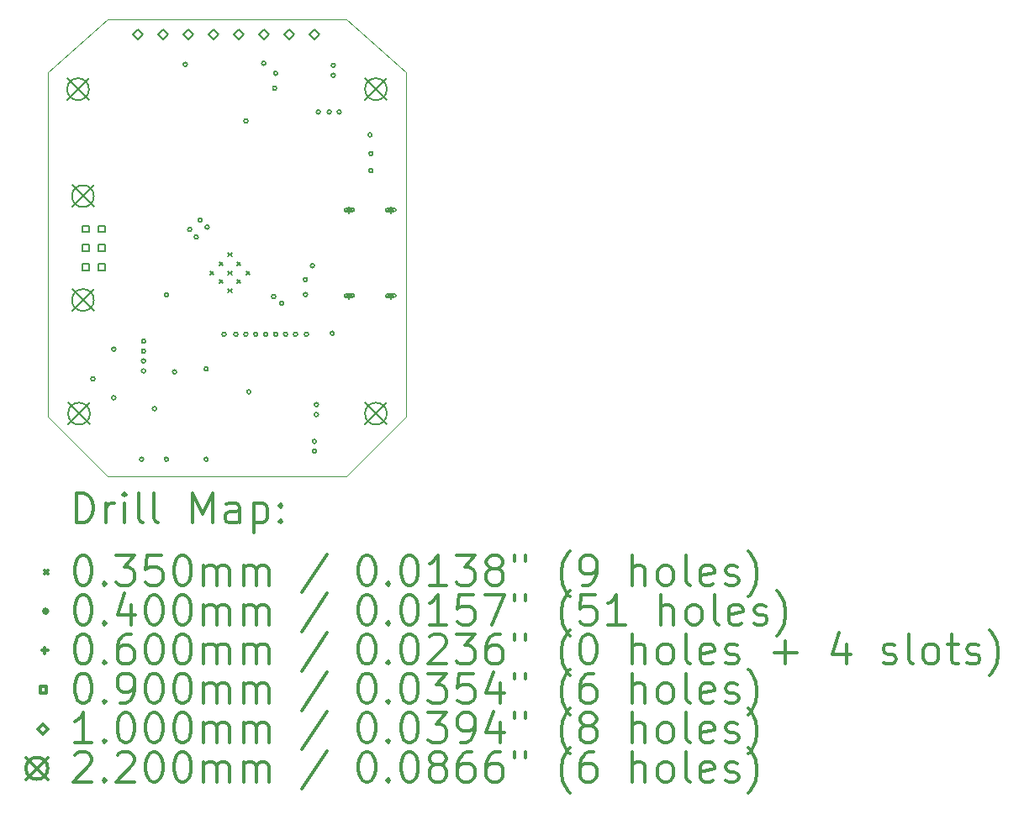
<source format=gbr>
%FSLAX45Y45*%
G04 Gerber Fmt 4.5, Leading zero omitted, Abs format (unit mm)*
G04 Created by KiCad (PCBNEW (5.1.10)-1) date 2021-06-26 18:26:51*
%MOMM*%
%LPD*%
G01*
G04 APERTURE LIST*
%TA.AperFunction,Profile*%
%ADD10C,0.100000*%
%TD*%
%ADD11C,0.200000*%
%ADD12C,0.300000*%
G04 APERTURE END LIST*
D10*
X2100000Y-6100000D02*
X1500000Y-5500000D01*
X5100000Y-5500000D02*
X4500000Y-6100000D01*
X4500000Y-1500000D02*
X5100000Y-2030000D01*
X2100000Y-1500000D02*
X1500000Y-2030000D01*
X5100000Y-2030000D02*
X5100000Y-5500000D01*
X2100000Y-1500000D02*
X4500000Y-1500000D01*
X1500000Y-5500000D02*
X1500000Y-2030000D01*
X4500000Y-6100000D02*
X2100000Y-6100000D01*
D11*
X3132188Y-4032500D02*
X3167188Y-4067500D01*
X3167188Y-4032500D02*
X3132188Y-4067500D01*
X3222344Y-3942344D02*
X3257344Y-3977344D01*
X3257344Y-3942344D02*
X3222344Y-3977344D01*
X3222344Y-4122656D02*
X3257344Y-4157656D01*
X3257344Y-4122656D02*
X3222344Y-4157656D01*
X3312500Y-3852188D02*
X3347500Y-3887188D01*
X3347500Y-3852188D02*
X3312500Y-3887188D01*
X3312500Y-4032500D02*
X3347500Y-4067500D01*
X3347500Y-4032500D02*
X3312500Y-4067500D01*
X3312500Y-4212812D02*
X3347500Y-4247812D01*
X3347500Y-4212812D02*
X3312500Y-4247812D01*
X3402656Y-3942344D02*
X3437656Y-3977344D01*
X3437656Y-3942344D02*
X3402656Y-3977344D01*
X3402656Y-4122656D02*
X3437656Y-4157656D01*
X3437656Y-4122656D02*
X3402656Y-4157656D01*
X3492812Y-4032500D02*
X3527812Y-4067500D01*
X3527812Y-4032500D02*
X3492812Y-4067500D01*
X1970000Y-5120000D02*
G75*
G03*
X1970000Y-5120000I-20000J0D01*
G01*
X2180000Y-4820000D02*
G75*
G03*
X2180000Y-4820000I-20000J0D01*
G01*
X2180000Y-5310000D02*
G75*
G03*
X2180000Y-5310000I-20000J0D01*
G01*
X2460000Y-5930000D02*
G75*
G03*
X2460000Y-5930000I-20000J0D01*
G01*
X2480000Y-4740000D02*
G75*
G03*
X2480000Y-4740000I-20000J0D01*
G01*
X2480000Y-4840000D02*
G75*
G03*
X2480000Y-4840000I-20000J0D01*
G01*
X2480000Y-4940000D02*
G75*
G03*
X2480000Y-4940000I-20000J0D01*
G01*
X2480000Y-5040000D02*
G75*
G03*
X2480000Y-5040000I-20000J0D01*
G01*
X2590000Y-5420000D02*
G75*
G03*
X2590000Y-5420000I-20000J0D01*
G01*
X2710000Y-5930000D02*
G75*
G03*
X2710000Y-5930000I-20000J0D01*
G01*
X2711363Y-4271363D02*
G75*
G03*
X2711363Y-4271363I-20000J0D01*
G01*
X2792500Y-5050000D02*
G75*
G03*
X2792500Y-5050000I-20000J0D01*
G01*
X2900000Y-1950000D02*
G75*
G03*
X2900000Y-1950000I-20000J0D01*
G01*
X2944921Y-3614074D02*
G75*
G03*
X2944921Y-3614074I-20000J0D01*
G01*
X3010000Y-3690000D02*
G75*
G03*
X3010000Y-3690000I-20000J0D01*
G01*
X3049289Y-3519289D02*
G75*
G03*
X3049289Y-3519289I-20000J0D01*
G01*
X3110000Y-5020000D02*
G75*
G03*
X3110000Y-5020000I-20000J0D01*
G01*
X3110000Y-5930000D02*
G75*
G03*
X3110000Y-5930000I-20000J0D01*
G01*
X3120000Y-3590000D02*
G75*
G03*
X3120000Y-3590000I-20000J0D01*
G01*
X3290000Y-4670000D02*
G75*
G03*
X3290000Y-4670000I-20000J0D01*
G01*
X3410000Y-4670000D02*
G75*
G03*
X3410000Y-4670000I-20000J0D01*
G01*
X3510000Y-2520000D02*
G75*
G03*
X3510000Y-2520000I-20000J0D01*
G01*
X3510000Y-4670000D02*
G75*
G03*
X3510000Y-4670000I-20000J0D01*
G01*
X3540000Y-5250000D02*
G75*
G03*
X3540000Y-5250000I-20000J0D01*
G01*
X3610000Y-4670000D02*
G75*
G03*
X3610000Y-4670000I-20000J0D01*
G01*
X3690000Y-1940000D02*
G75*
G03*
X3690000Y-1940000I-20000J0D01*
G01*
X3710001Y-4670000D02*
G75*
G03*
X3710001Y-4670000I-20000J0D01*
G01*
X3790000Y-4290000D02*
G75*
G03*
X3790000Y-4290000I-20000J0D01*
G01*
X3800314Y-2190000D02*
G75*
G03*
X3800314Y-2190000I-20000J0D01*
G01*
X3810000Y-2040000D02*
G75*
G03*
X3810000Y-2040000I-20000J0D01*
G01*
X3810001Y-4670000D02*
G75*
G03*
X3810001Y-4670000I-20000J0D01*
G01*
X3870000Y-4360000D02*
G75*
G03*
X3870000Y-4360000I-20000J0D01*
G01*
X3910001Y-4670000D02*
G75*
G03*
X3910001Y-4670000I-20000J0D01*
G01*
X4010001Y-4670000D02*
G75*
G03*
X4010001Y-4670000I-20000J0D01*
G01*
X4110000Y-4120000D02*
G75*
G03*
X4110000Y-4120000I-20000J0D01*
G01*
X4110000Y-4270000D02*
G75*
G03*
X4110000Y-4270000I-20000J0D01*
G01*
X4120000Y-4670000D02*
G75*
G03*
X4120000Y-4670000I-20000J0D01*
G01*
X4180000Y-3980000D02*
G75*
G03*
X4180000Y-3980000I-20000J0D01*
G01*
X4200000Y-5750000D02*
G75*
G03*
X4200000Y-5750000I-20000J0D01*
G01*
X4200000Y-5850000D02*
G75*
G03*
X4200000Y-5850000I-20000J0D01*
G01*
X4220000Y-5380000D02*
G75*
G03*
X4220000Y-5380000I-20000J0D01*
G01*
X4220000Y-5480000D02*
G75*
G03*
X4220000Y-5480000I-20000J0D01*
G01*
X4240000Y-2430000D02*
G75*
G03*
X4240000Y-2430000I-20000J0D01*
G01*
X4350000Y-2430000D02*
G75*
G03*
X4350000Y-2430000I-20000J0D01*
G01*
X4380000Y-4660000D02*
G75*
G03*
X4380000Y-4660000I-20000J0D01*
G01*
X4390000Y-1960000D02*
G75*
G03*
X4390000Y-1960000I-20000J0D01*
G01*
X4390000Y-2060000D02*
G75*
G03*
X4390000Y-2060000I-20000J0D01*
G01*
X4450000Y-2430000D02*
G75*
G03*
X4450000Y-2430000I-20000J0D01*
G01*
X4760000Y-2660000D02*
G75*
G03*
X4760000Y-2660000I-20000J0D01*
G01*
X4770000Y-2850000D02*
G75*
G03*
X4770000Y-2850000I-20000J0D01*
G01*
X4770000Y-3020000D02*
G75*
G03*
X4770000Y-3020000I-20000J0D01*
G01*
X4532000Y-3388000D02*
X4532000Y-3448000D01*
X4502000Y-3418000D02*
X4562000Y-3418000D01*
X4502000Y-3438000D02*
X4562000Y-3438000D01*
X4502000Y-3398000D02*
X4562000Y-3398000D01*
X4562000Y-3438000D02*
G75*
G03*
X4562000Y-3398000I0J20000D01*
G01*
X4502000Y-3398000D02*
G75*
G03*
X4502000Y-3438000I0J-20000D01*
G01*
X4532000Y-4252000D02*
X4532000Y-4312000D01*
X4502000Y-4282000D02*
X4562000Y-4282000D01*
X4502000Y-4302000D02*
X4562000Y-4302000D01*
X4502000Y-4262000D02*
X4562000Y-4262000D01*
X4562000Y-4302000D02*
G75*
G03*
X4562000Y-4262000I0J20000D01*
G01*
X4502000Y-4262000D02*
G75*
G03*
X4502000Y-4302000I0J-20000D01*
G01*
X4950000Y-3388000D02*
X4950000Y-3448000D01*
X4920000Y-3418000D02*
X4980000Y-3418000D01*
X4920000Y-3438000D02*
X4980000Y-3438000D01*
X4920000Y-3398000D02*
X4980000Y-3398000D01*
X4980000Y-3438000D02*
G75*
G03*
X4980000Y-3398000I0J20000D01*
G01*
X4920000Y-3398000D02*
G75*
G03*
X4920000Y-3438000I0J-20000D01*
G01*
X4950000Y-4252000D02*
X4950000Y-4312000D01*
X4920000Y-4282000D02*
X4980000Y-4282000D01*
X4920000Y-4302000D02*
X4980000Y-4302000D01*
X4920000Y-4262000D02*
X4980000Y-4262000D01*
X4980000Y-4302000D02*
G75*
G03*
X4980000Y-4262000I0J20000D01*
G01*
X4920000Y-4262000D02*
G75*
G03*
X4920000Y-4302000I0J-20000D01*
G01*
X1910820Y-3638820D02*
X1910820Y-3575180D01*
X1847180Y-3575180D01*
X1847180Y-3638820D01*
X1910820Y-3638820D01*
X1910820Y-3831820D02*
X1910820Y-3768180D01*
X1847180Y-3768180D01*
X1847180Y-3831820D01*
X1910820Y-3831820D01*
X1910820Y-4024820D02*
X1910820Y-3961180D01*
X1847180Y-3961180D01*
X1847180Y-4024820D01*
X1910820Y-4024820D01*
X2071820Y-3638820D02*
X2071820Y-3575180D01*
X2008180Y-3575180D01*
X2008180Y-3638820D01*
X2071820Y-3638820D01*
X2071820Y-3831820D02*
X2071820Y-3768180D01*
X2008180Y-3768180D01*
X2008180Y-3831820D01*
X2071820Y-3831820D01*
X2071820Y-4024820D02*
X2071820Y-3961180D01*
X2008180Y-3961180D01*
X2008180Y-4024820D01*
X2071820Y-4024820D01*
X2400000Y-1700000D02*
X2450000Y-1650000D01*
X2400000Y-1600000D01*
X2350000Y-1650000D01*
X2400000Y-1700000D01*
X2654000Y-1700000D02*
X2704000Y-1650000D01*
X2654000Y-1600000D01*
X2604000Y-1650000D01*
X2654000Y-1700000D01*
X2908000Y-1700000D02*
X2958000Y-1650000D01*
X2908000Y-1600000D01*
X2858000Y-1650000D01*
X2908000Y-1700000D01*
X3162000Y-1700000D02*
X3212000Y-1650000D01*
X3162000Y-1600000D01*
X3112000Y-1650000D01*
X3162000Y-1700000D01*
X3416000Y-1700000D02*
X3466000Y-1650000D01*
X3416000Y-1600000D01*
X3366000Y-1650000D01*
X3416000Y-1700000D01*
X3670000Y-1700000D02*
X3720000Y-1650000D01*
X3670000Y-1600000D01*
X3620000Y-1650000D01*
X3670000Y-1700000D01*
X3924000Y-1700000D02*
X3974000Y-1650000D01*
X3924000Y-1600000D01*
X3874000Y-1650000D01*
X3924000Y-1700000D01*
X4178000Y-1700000D02*
X4228000Y-1650000D01*
X4178000Y-1600000D01*
X4128000Y-1650000D01*
X4178000Y-1700000D01*
X1690000Y-2090000D02*
X1910000Y-2310000D01*
X1910000Y-2090000D02*
X1690000Y-2310000D01*
X1910000Y-2200000D02*
G75*
G03*
X1910000Y-2200000I-110000J0D01*
G01*
X1700000Y-5360000D02*
X1920000Y-5580000D01*
X1920000Y-5360000D02*
X1700000Y-5580000D01*
X1920000Y-5470000D02*
G75*
G03*
X1920000Y-5470000I-110000J0D01*
G01*
X1739500Y-3168000D02*
X1959500Y-3388000D01*
X1959500Y-3168000D02*
X1739500Y-3388000D01*
X1959500Y-3278000D02*
G75*
G03*
X1959500Y-3278000I-110000J0D01*
G01*
X1739500Y-4215000D02*
X1959500Y-4435000D01*
X1959500Y-4215000D02*
X1739500Y-4435000D01*
X1959500Y-4325000D02*
G75*
G03*
X1959500Y-4325000I-110000J0D01*
G01*
X4690000Y-2090000D02*
X4910000Y-2310000D01*
X4910000Y-2090000D02*
X4690000Y-2310000D01*
X4910000Y-2200000D02*
G75*
G03*
X4910000Y-2200000I-110000J0D01*
G01*
X4690000Y-5360000D02*
X4910000Y-5580000D01*
X4910000Y-5360000D02*
X4690000Y-5580000D01*
X4910000Y-5470000D02*
G75*
G03*
X4910000Y-5470000I-110000J0D01*
G01*
D12*
X1781428Y-6570714D02*
X1781428Y-6270714D01*
X1852857Y-6270714D01*
X1895714Y-6285000D01*
X1924286Y-6313571D01*
X1938571Y-6342143D01*
X1952857Y-6399286D01*
X1952857Y-6442143D01*
X1938571Y-6499286D01*
X1924286Y-6527857D01*
X1895714Y-6556429D01*
X1852857Y-6570714D01*
X1781428Y-6570714D01*
X2081428Y-6570714D02*
X2081428Y-6370714D01*
X2081428Y-6427857D02*
X2095714Y-6399286D01*
X2110000Y-6385000D01*
X2138571Y-6370714D01*
X2167143Y-6370714D01*
X2267143Y-6570714D02*
X2267143Y-6370714D01*
X2267143Y-6270714D02*
X2252857Y-6285000D01*
X2267143Y-6299286D01*
X2281428Y-6285000D01*
X2267143Y-6270714D01*
X2267143Y-6299286D01*
X2452857Y-6570714D02*
X2424286Y-6556429D01*
X2410000Y-6527857D01*
X2410000Y-6270714D01*
X2610000Y-6570714D02*
X2581428Y-6556429D01*
X2567143Y-6527857D01*
X2567143Y-6270714D01*
X2952857Y-6570714D02*
X2952857Y-6270714D01*
X3052857Y-6485000D01*
X3152857Y-6270714D01*
X3152857Y-6570714D01*
X3424286Y-6570714D02*
X3424286Y-6413571D01*
X3410000Y-6385000D01*
X3381428Y-6370714D01*
X3324286Y-6370714D01*
X3295714Y-6385000D01*
X3424286Y-6556429D02*
X3395714Y-6570714D01*
X3324286Y-6570714D01*
X3295714Y-6556429D01*
X3281428Y-6527857D01*
X3281428Y-6499286D01*
X3295714Y-6470714D01*
X3324286Y-6456429D01*
X3395714Y-6456429D01*
X3424286Y-6442143D01*
X3567143Y-6370714D02*
X3567143Y-6670714D01*
X3567143Y-6385000D02*
X3595714Y-6370714D01*
X3652857Y-6370714D01*
X3681428Y-6385000D01*
X3695714Y-6399286D01*
X3710000Y-6427857D01*
X3710000Y-6513571D01*
X3695714Y-6542143D01*
X3681428Y-6556429D01*
X3652857Y-6570714D01*
X3595714Y-6570714D01*
X3567143Y-6556429D01*
X3838571Y-6542143D02*
X3852857Y-6556429D01*
X3838571Y-6570714D01*
X3824286Y-6556429D01*
X3838571Y-6542143D01*
X3838571Y-6570714D01*
X3838571Y-6385000D02*
X3852857Y-6399286D01*
X3838571Y-6413571D01*
X3824286Y-6399286D01*
X3838571Y-6385000D01*
X3838571Y-6413571D01*
X1460000Y-7047500D02*
X1495000Y-7082500D01*
X1495000Y-7047500D02*
X1460000Y-7082500D01*
X1838571Y-6900714D02*
X1867143Y-6900714D01*
X1895714Y-6915000D01*
X1910000Y-6929286D01*
X1924286Y-6957857D01*
X1938571Y-7015000D01*
X1938571Y-7086429D01*
X1924286Y-7143571D01*
X1910000Y-7172143D01*
X1895714Y-7186429D01*
X1867143Y-7200714D01*
X1838571Y-7200714D01*
X1810000Y-7186429D01*
X1795714Y-7172143D01*
X1781428Y-7143571D01*
X1767143Y-7086429D01*
X1767143Y-7015000D01*
X1781428Y-6957857D01*
X1795714Y-6929286D01*
X1810000Y-6915000D01*
X1838571Y-6900714D01*
X2067143Y-7172143D02*
X2081428Y-7186429D01*
X2067143Y-7200714D01*
X2052857Y-7186429D01*
X2067143Y-7172143D01*
X2067143Y-7200714D01*
X2181428Y-6900714D02*
X2367143Y-6900714D01*
X2267143Y-7015000D01*
X2310000Y-7015000D01*
X2338571Y-7029286D01*
X2352857Y-7043571D01*
X2367143Y-7072143D01*
X2367143Y-7143571D01*
X2352857Y-7172143D01*
X2338571Y-7186429D01*
X2310000Y-7200714D01*
X2224286Y-7200714D01*
X2195714Y-7186429D01*
X2181428Y-7172143D01*
X2638571Y-6900714D02*
X2495714Y-6900714D01*
X2481428Y-7043571D01*
X2495714Y-7029286D01*
X2524286Y-7015000D01*
X2595714Y-7015000D01*
X2624286Y-7029286D01*
X2638571Y-7043571D01*
X2652857Y-7072143D01*
X2652857Y-7143571D01*
X2638571Y-7172143D01*
X2624286Y-7186429D01*
X2595714Y-7200714D01*
X2524286Y-7200714D01*
X2495714Y-7186429D01*
X2481428Y-7172143D01*
X2838571Y-6900714D02*
X2867143Y-6900714D01*
X2895714Y-6915000D01*
X2910000Y-6929286D01*
X2924286Y-6957857D01*
X2938571Y-7015000D01*
X2938571Y-7086429D01*
X2924286Y-7143571D01*
X2910000Y-7172143D01*
X2895714Y-7186429D01*
X2867143Y-7200714D01*
X2838571Y-7200714D01*
X2810000Y-7186429D01*
X2795714Y-7172143D01*
X2781428Y-7143571D01*
X2767143Y-7086429D01*
X2767143Y-7015000D01*
X2781428Y-6957857D01*
X2795714Y-6929286D01*
X2810000Y-6915000D01*
X2838571Y-6900714D01*
X3067143Y-7200714D02*
X3067143Y-7000714D01*
X3067143Y-7029286D02*
X3081428Y-7015000D01*
X3110000Y-7000714D01*
X3152857Y-7000714D01*
X3181428Y-7015000D01*
X3195714Y-7043571D01*
X3195714Y-7200714D01*
X3195714Y-7043571D02*
X3210000Y-7015000D01*
X3238571Y-7000714D01*
X3281428Y-7000714D01*
X3310000Y-7015000D01*
X3324286Y-7043571D01*
X3324286Y-7200714D01*
X3467143Y-7200714D02*
X3467143Y-7000714D01*
X3467143Y-7029286D02*
X3481428Y-7015000D01*
X3510000Y-7000714D01*
X3552857Y-7000714D01*
X3581428Y-7015000D01*
X3595714Y-7043571D01*
X3595714Y-7200714D01*
X3595714Y-7043571D02*
X3610000Y-7015000D01*
X3638571Y-7000714D01*
X3681428Y-7000714D01*
X3710000Y-7015000D01*
X3724286Y-7043571D01*
X3724286Y-7200714D01*
X4310000Y-6886429D02*
X4052857Y-7272143D01*
X4695714Y-6900714D02*
X4724286Y-6900714D01*
X4752857Y-6915000D01*
X4767143Y-6929286D01*
X4781428Y-6957857D01*
X4795714Y-7015000D01*
X4795714Y-7086429D01*
X4781428Y-7143571D01*
X4767143Y-7172143D01*
X4752857Y-7186429D01*
X4724286Y-7200714D01*
X4695714Y-7200714D01*
X4667143Y-7186429D01*
X4652857Y-7172143D01*
X4638571Y-7143571D01*
X4624286Y-7086429D01*
X4624286Y-7015000D01*
X4638571Y-6957857D01*
X4652857Y-6929286D01*
X4667143Y-6915000D01*
X4695714Y-6900714D01*
X4924286Y-7172143D02*
X4938571Y-7186429D01*
X4924286Y-7200714D01*
X4910000Y-7186429D01*
X4924286Y-7172143D01*
X4924286Y-7200714D01*
X5124286Y-6900714D02*
X5152857Y-6900714D01*
X5181428Y-6915000D01*
X5195714Y-6929286D01*
X5210000Y-6957857D01*
X5224286Y-7015000D01*
X5224286Y-7086429D01*
X5210000Y-7143571D01*
X5195714Y-7172143D01*
X5181428Y-7186429D01*
X5152857Y-7200714D01*
X5124286Y-7200714D01*
X5095714Y-7186429D01*
X5081428Y-7172143D01*
X5067143Y-7143571D01*
X5052857Y-7086429D01*
X5052857Y-7015000D01*
X5067143Y-6957857D01*
X5081428Y-6929286D01*
X5095714Y-6915000D01*
X5124286Y-6900714D01*
X5510000Y-7200714D02*
X5338571Y-7200714D01*
X5424286Y-7200714D02*
X5424286Y-6900714D01*
X5395714Y-6943571D01*
X5367143Y-6972143D01*
X5338571Y-6986429D01*
X5610000Y-6900714D02*
X5795714Y-6900714D01*
X5695714Y-7015000D01*
X5738571Y-7015000D01*
X5767143Y-7029286D01*
X5781428Y-7043571D01*
X5795714Y-7072143D01*
X5795714Y-7143571D01*
X5781428Y-7172143D01*
X5767143Y-7186429D01*
X5738571Y-7200714D01*
X5652857Y-7200714D01*
X5624286Y-7186429D01*
X5610000Y-7172143D01*
X5967143Y-7029286D02*
X5938571Y-7015000D01*
X5924286Y-7000714D01*
X5910000Y-6972143D01*
X5910000Y-6957857D01*
X5924286Y-6929286D01*
X5938571Y-6915000D01*
X5967143Y-6900714D01*
X6024286Y-6900714D01*
X6052857Y-6915000D01*
X6067143Y-6929286D01*
X6081428Y-6957857D01*
X6081428Y-6972143D01*
X6067143Y-7000714D01*
X6052857Y-7015000D01*
X6024286Y-7029286D01*
X5967143Y-7029286D01*
X5938571Y-7043571D01*
X5924286Y-7057857D01*
X5910000Y-7086429D01*
X5910000Y-7143571D01*
X5924286Y-7172143D01*
X5938571Y-7186429D01*
X5967143Y-7200714D01*
X6024286Y-7200714D01*
X6052857Y-7186429D01*
X6067143Y-7172143D01*
X6081428Y-7143571D01*
X6081428Y-7086429D01*
X6067143Y-7057857D01*
X6052857Y-7043571D01*
X6024286Y-7029286D01*
X6195714Y-6900714D02*
X6195714Y-6957857D01*
X6310000Y-6900714D02*
X6310000Y-6957857D01*
X6752857Y-7315000D02*
X6738571Y-7300714D01*
X6710000Y-7257857D01*
X6695714Y-7229286D01*
X6681428Y-7186429D01*
X6667143Y-7115000D01*
X6667143Y-7057857D01*
X6681428Y-6986429D01*
X6695714Y-6943571D01*
X6710000Y-6915000D01*
X6738571Y-6872143D01*
X6752857Y-6857857D01*
X6881428Y-7200714D02*
X6938571Y-7200714D01*
X6967143Y-7186429D01*
X6981428Y-7172143D01*
X7010000Y-7129286D01*
X7024286Y-7072143D01*
X7024286Y-6957857D01*
X7010000Y-6929286D01*
X6995714Y-6915000D01*
X6967143Y-6900714D01*
X6910000Y-6900714D01*
X6881428Y-6915000D01*
X6867143Y-6929286D01*
X6852857Y-6957857D01*
X6852857Y-7029286D01*
X6867143Y-7057857D01*
X6881428Y-7072143D01*
X6910000Y-7086429D01*
X6967143Y-7086429D01*
X6995714Y-7072143D01*
X7010000Y-7057857D01*
X7024286Y-7029286D01*
X7381428Y-7200714D02*
X7381428Y-6900714D01*
X7510000Y-7200714D02*
X7510000Y-7043571D01*
X7495714Y-7015000D01*
X7467143Y-7000714D01*
X7424286Y-7000714D01*
X7395714Y-7015000D01*
X7381428Y-7029286D01*
X7695714Y-7200714D02*
X7667143Y-7186429D01*
X7652857Y-7172143D01*
X7638571Y-7143571D01*
X7638571Y-7057857D01*
X7652857Y-7029286D01*
X7667143Y-7015000D01*
X7695714Y-7000714D01*
X7738571Y-7000714D01*
X7767143Y-7015000D01*
X7781428Y-7029286D01*
X7795714Y-7057857D01*
X7795714Y-7143571D01*
X7781428Y-7172143D01*
X7767143Y-7186429D01*
X7738571Y-7200714D01*
X7695714Y-7200714D01*
X7967143Y-7200714D02*
X7938571Y-7186429D01*
X7924286Y-7157857D01*
X7924286Y-6900714D01*
X8195714Y-7186429D02*
X8167143Y-7200714D01*
X8110000Y-7200714D01*
X8081428Y-7186429D01*
X8067143Y-7157857D01*
X8067143Y-7043571D01*
X8081428Y-7015000D01*
X8110000Y-7000714D01*
X8167143Y-7000714D01*
X8195714Y-7015000D01*
X8210000Y-7043571D01*
X8210000Y-7072143D01*
X8067143Y-7100714D01*
X8324286Y-7186429D02*
X8352857Y-7200714D01*
X8410000Y-7200714D01*
X8438571Y-7186429D01*
X8452857Y-7157857D01*
X8452857Y-7143571D01*
X8438571Y-7115000D01*
X8410000Y-7100714D01*
X8367143Y-7100714D01*
X8338571Y-7086429D01*
X8324286Y-7057857D01*
X8324286Y-7043571D01*
X8338571Y-7015000D01*
X8367143Y-7000714D01*
X8410000Y-7000714D01*
X8438571Y-7015000D01*
X8552857Y-7315000D02*
X8567143Y-7300714D01*
X8595714Y-7257857D01*
X8610000Y-7229286D01*
X8624286Y-7186429D01*
X8638571Y-7115000D01*
X8638571Y-7057857D01*
X8624286Y-6986429D01*
X8610000Y-6943571D01*
X8595714Y-6915000D01*
X8567143Y-6872143D01*
X8552857Y-6857857D01*
X1495000Y-7461000D02*
G75*
G03*
X1495000Y-7461000I-20000J0D01*
G01*
X1838571Y-7296714D02*
X1867143Y-7296714D01*
X1895714Y-7311000D01*
X1910000Y-7325286D01*
X1924286Y-7353857D01*
X1938571Y-7411000D01*
X1938571Y-7482429D01*
X1924286Y-7539571D01*
X1910000Y-7568143D01*
X1895714Y-7582429D01*
X1867143Y-7596714D01*
X1838571Y-7596714D01*
X1810000Y-7582429D01*
X1795714Y-7568143D01*
X1781428Y-7539571D01*
X1767143Y-7482429D01*
X1767143Y-7411000D01*
X1781428Y-7353857D01*
X1795714Y-7325286D01*
X1810000Y-7311000D01*
X1838571Y-7296714D01*
X2067143Y-7568143D02*
X2081428Y-7582429D01*
X2067143Y-7596714D01*
X2052857Y-7582429D01*
X2067143Y-7568143D01*
X2067143Y-7596714D01*
X2338571Y-7396714D02*
X2338571Y-7596714D01*
X2267143Y-7282429D02*
X2195714Y-7496714D01*
X2381428Y-7496714D01*
X2552857Y-7296714D02*
X2581428Y-7296714D01*
X2610000Y-7311000D01*
X2624286Y-7325286D01*
X2638571Y-7353857D01*
X2652857Y-7411000D01*
X2652857Y-7482429D01*
X2638571Y-7539571D01*
X2624286Y-7568143D01*
X2610000Y-7582429D01*
X2581428Y-7596714D01*
X2552857Y-7596714D01*
X2524286Y-7582429D01*
X2510000Y-7568143D01*
X2495714Y-7539571D01*
X2481428Y-7482429D01*
X2481428Y-7411000D01*
X2495714Y-7353857D01*
X2510000Y-7325286D01*
X2524286Y-7311000D01*
X2552857Y-7296714D01*
X2838571Y-7296714D02*
X2867143Y-7296714D01*
X2895714Y-7311000D01*
X2910000Y-7325286D01*
X2924286Y-7353857D01*
X2938571Y-7411000D01*
X2938571Y-7482429D01*
X2924286Y-7539571D01*
X2910000Y-7568143D01*
X2895714Y-7582429D01*
X2867143Y-7596714D01*
X2838571Y-7596714D01*
X2810000Y-7582429D01*
X2795714Y-7568143D01*
X2781428Y-7539571D01*
X2767143Y-7482429D01*
X2767143Y-7411000D01*
X2781428Y-7353857D01*
X2795714Y-7325286D01*
X2810000Y-7311000D01*
X2838571Y-7296714D01*
X3067143Y-7596714D02*
X3067143Y-7396714D01*
X3067143Y-7425286D02*
X3081428Y-7411000D01*
X3110000Y-7396714D01*
X3152857Y-7396714D01*
X3181428Y-7411000D01*
X3195714Y-7439571D01*
X3195714Y-7596714D01*
X3195714Y-7439571D02*
X3210000Y-7411000D01*
X3238571Y-7396714D01*
X3281428Y-7396714D01*
X3310000Y-7411000D01*
X3324286Y-7439571D01*
X3324286Y-7596714D01*
X3467143Y-7596714D02*
X3467143Y-7396714D01*
X3467143Y-7425286D02*
X3481428Y-7411000D01*
X3510000Y-7396714D01*
X3552857Y-7396714D01*
X3581428Y-7411000D01*
X3595714Y-7439571D01*
X3595714Y-7596714D01*
X3595714Y-7439571D02*
X3610000Y-7411000D01*
X3638571Y-7396714D01*
X3681428Y-7396714D01*
X3710000Y-7411000D01*
X3724286Y-7439571D01*
X3724286Y-7596714D01*
X4310000Y-7282429D02*
X4052857Y-7668143D01*
X4695714Y-7296714D02*
X4724286Y-7296714D01*
X4752857Y-7311000D01*
X4767143Y-7325286D01*
X4781428Y-7353857D01*
X4795714Y-7411000D01*
X4795714Y-7482429D01*
X4781428Y-7539571D01*
X4767143Y-7568143D01*
X4752857Y-7582429D01*
X4724286Y-7596714D01*
X4695714Y-7596714D01*
X4667143Y-7582429D01*
X4652857Y-7568143D01*
X4638571Y-7539571D01*
X4624286Y-7482429D01*
X4624286Y-7411000D01*
X4638571Y-7353857D01*
X4652857Y-7325286D01*
X4667143Y-7311000D01*
X4695714Y-7296714D01*
X4924286Y-7568143D02*
X4938571Y-7582429D01*
X4924286Y-7596714D01*
X4910000Y-7582429D01*
X4924286Y-7568143D01*
X4924286Y-7596714D01*
X5124286Y-7296714D02*
X5152857Y-7296714D01*
X5181428Y-7311000D01*
X5195714Y-7325286D01*
X5210000Y-7353857D01*
X5224286Y-7411000D01*
X5224286Y-7482429D01*
X5210000Y-7539571D01*
X5195714Y-7568143D01*
X5181428Y-7582429D01*
X5152857Y-7596714D01*
X5124286Y-7596714D01*
X5095714Y-7582429D01*
X5081428Y-7568143D01*
X5067143Y-7539571D01*
X5052857Y-7482429D01*
X5052857Y-7411000D01*
X5067143Y-7353857D01*
X5081428Y-7325286D01*
X5095714Y-7311000D01*
X5124286Y-7296714D01*
X5510000Y-7596714D02*
X5338571Y-7596714D01*
X5424286Y-7596714D02*
X5424286Y-7296714D01*
X5395714Y-7339571D01*
X5367143Y-7368143D01*
X5338571Y-7382429D01*
X5781428Y-7296714D02*
X5638571Y-7296714D01*
X5624286Y-7439571D01*
X5638571Y-7425286D01*
X5667143Y-7411000D01*
X5738571Y-7411000D01*
X5767143Y-7425286D01*
X5781428Y-7439571D01*
X5795714Y-7468143D01*
X5795714Y-7539571D01*
X5781428Y-7568143D01*
X5767143Y-7582429D01*
X5738571Y-7596714D01*
X5667143Y-7596714D01*
X5638571Y-7582429D01*
X5624286Y-7568143D01*
X5895714Y-7296714D02*
X6095714Y-7296714D01*
X5967143Y-7596714D01*
X6195714Y-7296714D02*
X6195714Y-7353857D01*
X6310000Y-7296714D02*
X6310000Y-7353857D01*
X6752857Y-7711000D02*
X6738571Y-7696714D01*
X6710000Y-7653857D01*
X6695714Y-7625286D01*
X6681428Y-7582429D01*
X6667143Y-7511000D01*
X6667143Y-7453857D01*
X6681428Y-7382429D01*
X6695714Y-7339571D01*
X6710000Y-7311000D01*
X6738571Y-7268143D01*
X6752857Y-7253857D01*
X7010000Y-7296714D02*
X6867143Y-7296714D01*
X6852857Y-7439571D01*
X6867143Y-7425286D01*
X6895714Y-7411000D01*
X6967143Y-7411000D01*
X6995714Y-7425286D01*
X7010000Y-7439571D01*
X7024286Y-7468143D01*
X7024286Y-7539571D01*
X7010000Y-7568143D01*
X6995714Y-7582429D01*
X6967143Y-7596714D01*
X6895714Y-7596714D01*
X6867143Y-7582429D01*
X6852857Y-7568143D01*
X7310000Y-7596714D02*
X7138571Y-7596714D01*
X7224286Y-7596714D02*
X7224286Y-7296714D01*
X7195714Y-7339571D01*
X7167143Y-7368143D01*
X7138571Y-7382429D01*
X7667143Y-7596714D02*
X7667143Y-7296714D01*
X7795714Y-7596714D02*
X7795714Y-7439571D01*
X7781428Y-7411000D01*
X7752857Y-7396714D01*
X7710000Y-7396714D01*
X7681428Y-7411000D01*
X7667143Y-7425286D01*
X7981428Y-7596714D02*
X7952857Y-7582429D01*
X7938571Y-7568143D01*
X7924286Y-7539571D01*
X7924286Y-7453857D01*
X7938571Y-7425286D01*
X7952857Y-7411000D01*
X7981428Y-7396714D01*
X8024286Y-7396714D01*
X8052857Y-7411000D01*
X8067143Y-7425286D01*
X8081428Y-7453857D01*
X8081428Y-7539571D01*
X8067143Y-7568143D01*
X8052857Y-7582429D01*
X8024286Y-7596714D01*
X7981428Y-7596714D01*
X8252857Y-7596714D02*
X8224286Y-7582429D01*
X8210000Y-7553857D01*
X8210000Y-7296714D01*
X8481428Y-7582429D02*
X8452857Y-7596714D01*
X8395714Y-7596714D01*
X8367143Y-7582429D01*
X8352857Y-7553857D01*
X8352857Y-7439571D01*
X8367143Y-7411000D01*
X8395714Y-7396714D01*
X8452857Y-7396714D01*
X8481428Y-7411000D01*
X8495714Y-7439571D01*
X8495714Y-7468143D01*
X8352857Y-7496714D01*
X8610000Y-7582429D02*
X8638571Y-7596714D01*
X8695714Y-7596714D01*
X8724286Y-7582429D01*
X8738571Y-7553857D01*
X8738571Y-7539571D01*
X8724286Y-7511000D01*
X8695714Y-7496714D01*
X8652857Y-7496714D01*
X8624286Y-7482429D01*
X8610000Y-7453857D01*
X8610000Y-7439571D01*
X8624286Y-7411000D01*
X8652857Y-7396714D01*
X8695714Y-7396714D01*
X8724286Y-7411000D01*
X8838571Y-7711000D02*
X8852857Y-7696714D01*
X8881428Y-7653857D01*
X8895714Y-7625286D01*
X8910000Y-7582429D01*
X8924286Y-7511000D01*
X8924286Y-7453857D01*
X8910000Y-7382429D01*
X8895714Y-7339571D01*
X8881428Y-7311000D01*
X8852857Y-7268143D01*
X8838571Y-7253857D01*
X1465000Y-7827000D02*
X1465000Y-7887000D01*
X1435000Y-7857000D02*
X1495000Y-7857000D01*
X1838571Y-7692714D02*
X1867143Y-7692714D01*
X1895714Y-7707000D01*
X1910000Y-7721286D01*
X1924286Y-7749857D01*
X1938571Y-7807000D01*
X1938571Y-7878429D01*
X1924286Y-7935571D01*
X1910000Y-7964143D01*
X1895714Y-7978429D01*
X1867143Y-7992714D01*
X1838571Y-7992714D01*
X1810000Y-7978429D01*
X1795714Y-7964143D01*
X1781428Y-7935571D01*
X1767143Y-7878429D01*
X1767143Y-7807000D01*
X1781428Y-7749857D01*
X1795714Y-7721286D01*
X1810000Y-7707000D01*
X1838571Y-7692714D01*
X2067143Y-7964143D02*
X2081428Y-7978429D01*
X2067143Y-7992714D01*
X2052857Y-7978429D01*
X2067143Y-7964143D01*
X2067143Y-7992714D01*
X2338571Y-7692714D02*
X2281428Y-7692714D01*
X2252857Y-7707000D01*
X2238571Y-7721286D01*
X2210000Y-7764143D01*
X2195714Y-7821286D01*
X2195714Y-7935571D01*
X2210000Y-7964143D01*
X2224286Y-7978429D01*
X2252857Y-7992714D01*
X2310000Y-7992714D01*
X2338571Y-7978429D01*
X2352857Y-7964143D01*
X2367143Y-7935571D01*
X2367143Y-7864143D01*
X2352857Y-7835571D01*
X2338571Y-7821286D01*
X2310000Y-7807000D01*
X2252857Y-7807000D01*
X2224286Y-7821286D01*
X2210000Y-7835571D01*
X2195714Y-7864143D01*
X2552857Y-7692714D02*
X2581428Y-7692714D01*
X2610000Y-7707000D01*
X2624286Y-7721286D01*
X2638571Y-7749857D01*
X2652857Y-7807000D01*
X2652857Y-7878429D01*
X2638571Y-7935571D01*
X2624286Y-7964143D01*
X2610000Y-7978429D01*
X2581428Y-7992714D01*
X2552857Y-7992714D01*
X2524286Y-7978429D01*
X2510000Y-7964143D01*
X2495714Y-7935571D01*
X2481428Y-7878429D01*
X2481428Y-7807000D01*
X2495714Y-7749857D01*
X2510000Y-7721286D01*
X2524286Y-7707000D01*
X2552857Y-7692714D01*
X2838571Y-7692714D02*
X2867143Y-7692714D01*
X2895714Y-7707000D01*
X2910000Y-7721286D01*
X2924286Y-7749857D01*
X2938571Y-7807000D01*
X2938571Y-7878429D01*
X2924286Y-7935571D01*
X2910000Y-7964143D01*
X2895714Y-7978429D01*
X2867143Y-7992714D01*
X2838571Y-7992714D01*
X2810000Y-7978429D01*
X2795714Y-7964143D01*
X2781428Y-7935571D01*
X2767143Y-7878429D01*
X2767143Y-7807000D01*
X2781428Y-7749857D01*
X2795714Y-7721286D01*
X2810000Y-7707000D01*
X2838571Y-7692714D01*
X3067143Y-7992714D02*
X3067143Y-7792714D01*
X3067143Y-7821286D02*
X3081428Y-7807000D01*
X3110000Y-7792714D01*
X3152857Y-7792714D01*
X3181428Y-7807000D01*
X3195714Y-7835571D01*
X3195714Y-7992714D01*
X3195714Y-7835571D02*
X3210000Y-7807000D01*
X3238571Y-7792714D01*
X3281428Y-7792714D01*
X3310000Y-7807000D01*
X3324286Y-7835571D01*
X3324286Y-7992714D01*
X3467143Y-7992714D02*
X3467143Y-7792714D01*
X3467143Y-7821286D02*
X3481428Y-7807000D01*
X3510000Y-7792714D01*
X3552857Y-7792714D01*
X3581428Y-7807000D01*
X3595714Y-7835571D01*
X3595714Y-7992714D01*
X3595714Y-7835571D02*
X3610000Y-7807000D01*
X3638571Y-7792714D01*
X3681428Y-7792714D01*
X3710000Y-7807000D01*
X3724286Y-7835571D01*
X3724286Y-7992714D01*
X4310000Y-7678429D02*
X4052857Y-8064143D01*
X4695714Y-7692714D02*
X4724286Y-7692714D01*
X4752857Y-7707000D01*
X4767143Y-7721286D01*
X4781428Y-7749857D01*
X4795714Y-7807000D01*
X4795714Y-7878429D01*
X4781428Y-7935571D01*
X4767143Y-7964143D01*
X4752857Y-7978429D01*
X4724286Y-7992714D01*
X4695714Y-7992714D01*
X4667143Y-7978429D01*
X4652857Y-7964143D01*
X4638571Y-7935571D01*
X4624286Y-7878429D01*
X4624286Y-7807000D01*
X4638571Y-7749857D01*
X4652857Y-7721286D01*
X4667143Y-7707000D01*
X4695714Y-7692714D01*
X4924286Y-7964143D02*
X4938571Y-7978429D01*
X4924286Y-7992714D01*
X4910000Y-7978429D01*
X4924286Y-7964143D01*
X4924286Y-7992714D01*
X5124286Y-7692714D02*
X5152857Y-7692714D01*
X5181428Y-7707000D01*
X5195714Y-7721286D01*
X5210000Y-7749857D01*
X5224286Y-7807000D01*
X5224286Y-7878429D01*
X5210000Y-7935571D01*
X5195714Y-7964143D01*
X5181428Y-7978429D01*
X5152857Y-7992714D01*
X5124286Y-7992714D01*
X5095714Y-7978429D01*
X5081428Y-7964143D01*
X5067143Y-7935571D01*
X5052857Y-7878429D01*
X5052857Y-7807000D01*
X5067143Y-7749857D01*
X5081428Y-7721286D01*
X5095714Y-7707000D01*
X5124286Y-7692714D01*
X5338571Y-7721286D02*
X5352857Y-7707000D01*
X5381428Y-7692714D01*
X5452857Y-7692714D01*
X5481428Y-7707000D01*
X5495714Y-7721286D01*
X5510000Y-7749857D01*
X5510000Y-7778429D01*
X5495714Y-7821286D01*
X5324286Y-7992714D01*
X5510000Y-7992714D01*
X5610000Y-7692714D02*
X5795714Y-7692714D01*
X5695714Y-7807000D01*
X5738571Y-7807000D01*
X5767143Y-7821286D01*
X5781428Y-7835571D01*
X5795714Y-7864143D01*
X5795714Y-7935571D01*
X5781428Y-7964143D01*
X5767143Y-7978429D01*
X5738571Y-7992714D01*
X5652857Y-7992714D01*
X5624286Y-7978429D01*
X5610000Y-7964143D01*
X6052857Y-7692714D02*
X5995714Y-7692714D01*
X5967143Y-7707000D01*
X5952857Y-7721286D01*
X5924286Y-7764143D01*
X5910000Y-7821286D01*
X5910000Y-7935571D01*
X5924286Y-7964143D01*
X5938571Y-7978429D01*
X5967143Y-7992714D01*
X6024286Y-7992714D01*
X6052857Y-7978429D01*
X6067143Y-7964143D01*
X6081428Y-7935571D01*
X6081428Y-7864143D01*
X6067143Y-7835571D01*
X6052857Y-7821286D01*
X6024286Y-7807000D01*
X5967143Y-7807000D01*
X5938571Y-7821286D01*
X5924286Y-7835571D01*
X5910000Y-7864143D01*
X6195714Y-7692714D02*
X6195714Y-7749857D01*
X6310000Y-7692714D02*
X6310000Y-7749857D01*
X6752857Y-8107000D02*
X6738571Y-8092714D01*
X6710000Y-8049857D01*
X6695714Y-8021286D01*
X6681428Y-7978429D01*
X6667143Y-7907000D01*
X6667143Y-7849857D01*
X6681428Y-7778429D01*
X6695714Y-7735571D01*
X6710000Y-7707000D01*
X6738571Y-7664143D01*
X6752857Y-7649857D01*
X6924286Y-7692714D02*
X6952857Y-7692714D01*
X6981428Y-7707000D01*
X6995714Y-7721286D01*
X7010000Y-7749857D01*
X7024286Y-7807000D01*
X7024286Y-7878429D01*
X7010000Y-7935571D01*
X6995714Y-7964143D01*
X6981428Y-7978429D01*
X6952857Y-7992714D01*
X6924286Y-7992714D01*
X6895714Y-7978429D01*
X6881428Y-7964143D01*
X6867143Y-7935571D01*
X6852857Y-7878429D01*
X6852857Y-7807000D01*
X6867143Y-7749857D01*
X6881428Y-7721286D01*
X6895714Y-7707000D01*
X6924286Y-7692714D01*
X7381428Y-7992714D02*
X7381428Y-7692714D01*
X7510000Y-7992714D02*
X7510000Y-7835571D01*
X7495714Y-7807000D01*
X7467143Y-7792714D01*
X7424286Y-7792714D01*
X7395714Y-7807000D01*
X7381428Y-7821286D01*
X7695714Y-7992714D02*
X7667143Y-7978429D01*
X7652857Y-7964143D01*
X7638571Y-7935571D01*
X7638571Y-7849857D01*
X7652857Y-7821286D01*
X7667143Y-7807000D01*
X7695714Y-7792714D01*
X7738571Y-7792714D01*
X7767143Y-7807000D01*
X7781428Y-7821286D01*
X7795714Y-7849857D01*
X7795714Y-7935571D01*
X7781428Y-7964143D01*
X7767143Y-7978429D01*
X7738571Y-7992714D01*
X7695714Y-7992714D01*
X7967143Y-7992714D02*
X7938571Y-7978429D01*
X7924286Y-7949857D01*
X7924286Y-7692714D01*
X8195714Y-7978429D02*
X8167143Y-7992714D01*
X8110000Y-7992714D01*
X8081428Y-7978429D01*
X8067143Y-7949857D01*
X8067143Y-7835571D01*
X8081428Y-7807000D01*
X8110000Y-7792714D01*
X8167143Y-7792714D01*
X8195714Y-7807000D01*
X8210000Y-7835571D01*
X8210000Y-7864143D01*
X8067143Y-7892714D01*
X8324286Y-7978429D02*
X8352857Y-7992714D01*
X8410000Y-7992714D01*
X8438571Y-7978429D01*
X8452857Y-7949857D01*
X8452857Y-7935571D01*
X8438571Y-7907000D01*
X8410000Y-7892714D01*
X8367143Y-7892714D01*
X8338571Y-7878429D01*
X8324286Y-7849857D01*
X8324286Y-7835571D01*
X8338571Y-7807000D01*
X8367143Y-7792714D01*
X8410000Y-7792714D01*
X8438571Y-7807000D01*
X8810000Y-7878429D02*
X9038571Y-7878429D01*
X8924286Y-7992714D02*
X8924286Y-7764143D01*
X9538571Y-7792714D02*
X9538571Y-7992714D01*
X9467143Y-7678429D02*
X9395714Y-7892714D01*
X9581428Y-7892714D01*
X9910000Y-7978429D02*
X9938571Y-7992714D01*
X9995714Y-7992714D01*
X10024286Y-7978429D01*
X10038571Y-7949857D01*
X10038571Y-7935571D01*
X10024286Y-7907000D01*
X9995714Y-7892714D01*
X9952857Y-7892714D01*
X9924286Y-7878429D01*
X9910000Y-7849857D01*
X9910000Y-7835571D01*
X9924286Y-7807000D01*
X9952857Y-7792714D01*
X9995714Y-7792714D01*
X10024286Y-7807000D01*
X10210000Y-7992714D02*
X10181428Y-7978429D01*
X10167143Y-7949857D01*
X10167143Y-7692714D01*
X10367143Y-7992714D02*
X10338571Y-7978429D01*
X10324286Y-7964143D01*
X10310000Y-7935571D01*
X10310000Y-7849857D01*
X10324286Y-7821286D01*
X10338571Y-7807000D01*
X10367143Y-7792714D01*
X10410000Y-7792714D01*
X10438571Y-7807000D01*
X10452857Y-7821286D01*
X10467143Y-7849857D01*
X10467143Y-7935571D01*
X10452857Y-7964143D01*
X10438571Y-7978429D01*
X10410000Y-7992714D01*
X10367143Y-7992714D01*
X10552857Y-7792714D02*
X10667143Y-7792714D01*
X10595714Y-7692714D02*
X10595714Y-7949857D01*
X10610000Y-7978429D01*
X10638571Y-7992714D01*
X10667143Y-7992714D01*
X10752857Y-7978429D02*
X10781428Y-7992714D01*
X10838571Y-7992714D01*
X10867143Y-7978429D01*
X10881428Y-7949857D01*
X10881428Y-7935571D01*
X10867143Y-7907000D01*
X10838571Y-7892714D01*
X10795714Y-7892714D01*
X10767143Y-7878429D01*
X10752857Y-7849857D01*
X10752857Y-7835571D01*
X10767143Y-7807000D01*
X10795714Y-7792714D01*
X10838571Y-7792714D01*
X10867143Y-7807000D01*
X10981428Y-8107000D02*
X10995714Y-8092714D01*
X11024286Y-8049857D01*
X11038571Y-8021286D01*
X11052857Y-7978429D01*
X11067143Y-7907000D01*
X11067143Y-7849857D01*
X11052857Y-7778429D01*
X11038571Y-7735571D01*
X11024286Y-7707000D01*
X10995714Y-7664143D01*
X10981428Y-7649857D01*
X1481820Y-8284820D02*
X1481820Y-8221180D01*
X1418180Y-8221180D01*
X1418180Y-8284820D01*
X1481820Y-8284820D01*
X1838571Y-8088714D02*
X1867143Y-8088714D01*
X1895714Y-8103000D01*
X1910000Y-8117286D01*
X1924286Y-8145857D01*
X1938571Y-8203000D01*
X1938571Y-8274429D01*
X1924286Y-8331571D01*
X1910000Y-8360143D01*
X1895714Y-8374429D01*
X1867143Y-8388714D01*
X1838571Y-8388714D01*
X1810000Y-8374429D01*
X1795714Y-8360143D01*
X1781428Y-8331571D01*
X1767143Y-8274429D01*
X1767143Y-8203000D01*
X1781428Y-8145857D01*
X1795714Y-8117286D01*
X1810000Y-8103000D01*
X1838571Y-8088714D01*
X2067143Y-8360143D02*
X2081428Y-8374429D01*
X2067143Y-8388714D01*
X2052857Y-8374429D01*
X2067143Y-8360143D01*
X2067143Y-8388714D01*
X2224286Y-8388714D02*
X2281428Y-8388714D01*
X2310000Y-8374429D01*
X2324286Y-8360143D01*
X2352857Y-8317286D01*
X2367143Y-8260143D01*
X2367143Y-8145857D01*
X2352857Y-8117286D01*
X2338571Y-8103000D01*
X2310000Y-8088714D01*
X2252857Y-8088714D01*
X2224286Y-8103000D01*
X2210000Y-8117286D01*
X2195714Y-8145857D01*
X2195714Y-8217286D01*
X2210000Y-8245857D01*
X2224286Y-8260143D01*
X2252857Y-8274429D01*
X2310000Y-8274429D01*
X2338571Y-8260143D01*
X2352857Y-8245857D01*
X2367143Y-8217286D01*
X2552857Y-8088714D02*
X2581428Y-8088714D01*
X2610000Y-8103000D01*
X2624286Y-8117286D01*
X2638571Y-8145857D01*
X2652857Y-8203000D01*
X2652857Y-8274429D01*
X2638571Y-8331571D01*
X2624286Y-8360143D01*
X2610000Y-8374429D01*
X2581428Y-8388714D01*
X2552857Y-8388714D01*
X2524286Y-8374429D01*
X2510000Y-8360143D01*
X2495714Y-8331571D01*
X2481428Y-8274429D01*
X2481428Y-8203000D01*
X2495714Y-8145857D01*
X2510000Y-8117286D01*
X2524286Y-8103000D01*
X2552857Y-8088714D01*
X2838571Y-8088714D02*
X2867143Y-8088714D01*
X2895714Y-8103000D01*
X2910000Y-8117286D01*
X2924286Y-8145857D01*
X2938571Y-8203000D01*
X2938571Y-8274429D01*
X2924286Y-8331571D01*
X2910000Y-8360143D01*
X2895714Y-8374429D01*
X2867143Y-8388714D01*
X2838571Y-8388714D01*
X2810000Y-8374429D01*
X2795714Y-8360143D01*
X2781428Y-8331571D01*
X2767143Y-8274429D01*
X2767143Y-8203000D01*
X2781428Y-8145857D01*
X2795714Y-8117286D01*
X2810000Y-8103000D01*
X2838571Y-8088714D01*
X3067143Y-8388714D02*
X3067143Y-8188714D01*
X3067143Y-8217286D02*
X3081428Y-8203000D01*
X3110000Y-8188714D01*
X3152857Y-8188714D01*
X3181428Y-8203000D01*
X3195714Y-8231571D01*
X3195714Y-8388714D01*
X3195714Y-8231571D02*
X3210000Y-8203000D01*
X3238571Y-8188714D01*
X3281428Y-8188714D01*
X3310000Y-8203000D01*
X3324286Y-8231571D01*
X3324286Y-8388714D01*
X3467143Y-8388714D02*
X3467143Y-8188714D01*
X3467143Y-8217286D02*
X3481428Y-8203000D01*
X3510000Y-8188714D01*
X3552857Y-8188714D01*
X3581428Y-8203000D01*
X3595714Y-8231571D01*
X3595714Y-8388714D01*
X3595714Y-8231571D02*
X3610000Y-8203000D01*
X3638571Y-8188714D01*
X3681428Y-8188714D01*
X3710000Y-8203000D01*
X3724286Y-8231571D01*
X3724286Y-8388714D01*
X4310000Y-8074429D02*
X4052857Y-8460143D01*
X4695714Y-8088714D02*
X4724286Y-8088714D01*
X4752857Y-8103000D01*
X4767143Y-8117286D01*
X4781428Y-8145857D01*
X4795714Y-8203000D01*
X4795714Y-8274429D01*
X4781428Y-8331571D01*
X4767143Y-8360143D01*
X4752857Y-8374429D01*
X4724286Y-8388714D01*
X4695714Y-8388714D01*
X4667143Y-8374429D01*
X4652857Y-8360143D01*
X4638571Y-8331571D01*
X4624286Y-8274429D01*
X4624286Y-8203000D01*
X4638571Y-8145857D01*
X4652857Y-8117286D01*
X4667143Y-8103000D01*
X4695714Y-8088714D01*
X4924286Y-8360143D02*
X4938571Y-8374429D01*
X4924286Y-8388714D01*
X4910000Y-8374429D01*
X4924286Y-8360143D01*
X4924286Y-8388714D01*
X5124286Y-8088714D02*
X5152857Y-8088714D01*
X5181428Y-8103000D01*
X5195714Y-8117286D01*
X5210000Y-8145857D01*
X5224286Y-8203000D01*
X5224286Y-8274429D01*
X5210000Y-8331571D01*
X5195714Y-8360143D01*
X5181428Y-8374429D01*
X5152857Y-8388714D01*
X5124286Y-8388714D01*
X5095714Y-8374429D01*
X5081428Y-8360143D01*
X5067143Y-8331571D01*
X5052857Y-8274429D01*
X5052857Y-8203000D01*
X5067143Y-8145857D01*
X5081428Y-8117286D01*
X5095714Y-8103000D01*
X5124286Y-8088714D01*
X5324286Y-8088714D02*
X5510000Y-8088714D01*
X5410000Y-8203000D01*
X5452857Y-8203000D01*
X5481428Y-8217286D01*
X5495714Y-8231571D01*
X5510000Y-8260143D01*
X5510000Y-8331571D01*
X5495714Y-8360143D01*
X5481428Y-8374429D01*
X5452857Y-8388714D01*
X5367143Y-8388714D01*
X5338571Y-8374429D01*
X5324286Y-8360143D01*
X5781428Y-8088714D02*
X5638571Y-8088714D01*
X5624286Y-8231571D01*
X5638571Y-8217286D01*
X5667143Y-8203000D01*
X5738571Y-8203000D01*
X5767143Y-8217286D01*
X5781428Y-8231571D01*
X5795714Y-8260143D01*
X5795714Y-8331571D01*
X5781428Y-8360143D01*
X5767143Y-8374429D01*
X5738571Y-8388714D01*
X5667143Y-8388714D01*
X5638571Y-8374429D01*
X5624286Y-8360143D01*
X6052857Y-8188714D02*
X6052857Y-8388714D01*
X5981428Y-8074429D02*
X5910000Y-8288714D01*
X6095714Y-8288714D01*
X6195714Y-8088714D02*
X6195714Y-8145857D01*
X6310000Y-8088714D02*
X6310000Y-8145857D01*
X6752857Y-8503000D02*
X6738571Y-8488714D01*
X6710000Y-8445857D01*
X6695714Y-8417286D01*
X6681428Y-8374429D01*
X6667143Y-8303000D01*
X6667143Y-8245857D01*
X6681428Y-8174429D01*
X6695714Y-8131571D01*
X6710000Y-8103000D01*
X6738571Y-8060143D01*
X6752857Y-8045857D01*
X6995714Y-8088714D02*
X6938571Y-8088714D01*
X6910000Y-8103000D01*
X6895714Y-8117286D01*
X6867143Y-8160143D01*
X6852857Y-8217286D01*
X6852857Y-8331571D01*
X6867143Y-8360143D01*
X6881428Y-8374429D01*
X6910000Y-8388714D01*
X6967143Y-8388714D01*
X6995714Y-8374429D01*
X7010000Y-8360143D01*
X7024286Y-8331571D01*
X7024286Y-8260143D01*
X7010000Y-8231571D01*
X6995714Y-8217286D01*
X6967143Y-8203000D01*
X6910000Y-8203000D01*
X6881428Y-8217286D01*
X6867143Y-8231571D01*
X6852857Y-8260143D01*
X7381428Y-8388714D02*
X7381428Y-8088714D01*
X7510000Y-8388714D02*
X7510000Y-8231571D01*
X7495714Y-8203000D01*
X7467143Y-8188714D01*
X7424286Y-8188714D01*
X7395714Y-8203000D01*
X7381428Y-8217286D01*
X7695714Y-8388714D02*
X7667143Y-8374429D01*
X7652857Y-8360143D01*
X7638571Y-8331571D01*
X7638571Y-8245857D01*
X7652857Y-8217286D01*
X7667143Y-8203000D01*
X7695714Y-8188714D01*
X7738571Y-8188714D01*
X7767143Y-8203000D01*
X7781428Y-8217286D01*
X7795714Y-8245857D01*
X7795714Y-8331571D01*
X7781428Y-8360143D01*
X7767143Y-8374429D01*
X7738571Y-8388714D01*
X7695714Y-8388714D01*
X7967143Y-8388714D02*
X7938571Y-8374429D01*
X7924286Y-8345857D01*
X7924286Y-8088714D01*
X8195714Y-8374429D02*
X8167143Y-8388714D01*
X8110000Y-8388714D01*
X8081428Y-8374429D01*
X8067143Y-8345857D01*
X8067143Y-8231571D01*
X8081428Y-8203000D01*
X8110000Y-8188714D01*
X8167143Y-8188714D01*
X8195714Y-8203000D01*
X8210000Y-8231571D01*
X8210000Y-8260143D01*
X8067143Y-8288714D01*
X8324286Y-8374429D02*
X8352857Y-8388714D01*
X8410000Y-8388714D01*
X8438571Y-8374429D01*
X8452857Y-8345857D01*
X8452857Y-8331571D01*
X8438571Y-8303000D01*
X8410000Y-8288714D01*
X8367143Y-8288714D01*
X8338571Y-8274429D01*
X8324286Y-8245857D01*
X8324286Y-8231571D01*
X8338571Y-8203000D01*
X8367143Y-8188714D01*
X8410000Y-8188714D01*
X8438571Y-8203000D01*
X8552857Y-8503000D02*
X8567143Y-8488714D01*
X8595714Y-8445857D01*
X8610000Y-8417286D01*
X8624286Y-8374429D01*
X8638571Y-8303000D01*
X8638571Y-8245857D01*
X8624286Y-8174429D01*
X8610000Y-8131571D01*
X8595714Y-8103000D01*
X8567143Y-8060143D01*
X8552857Y-8045857D01*
X1445000Y-8699000D02*
X1495000Y-8649000D01*
X1445000Y-8599000D01*
X1395000Y-8649000D01*
X1445000Y-8699000D01*
X1938571Y-8784714D02*
X1767143Y-8784714D01*
X1852857Y-8784714D02*
X1852857Y-8484714D01*
X1824286Y-8527572D01*
X1795714Y-8556143D01*
X1767143Y-8570429D01*
X2067143Y-8756143D02*
X2081428Y-8770429D01*
X2067143Y-8784714D01*
X2052857Y-8770429D01*
X2067143Y-8756143D01*
X2067143Y-8784714D01*
X2267143Y-8484714D02*
X2295714Y-8484714D01*
X2324286Y-8499000D01*
X2338571Y-8513286D01*
X2352857Y-8541857D01*
X2367143Y-8599000D01*
X2367143Y-8670429D01*
X2352857Y-8727572D01*
X2338571Y-8756143D01*
X2324286Y-8770429D01*
X2295714Y-8784714D01*
X2267143Y-8784714D01*
X2238571Y-8770429D01*
X2224286Y-8756143D01*
X2210000Y-8727572D01*
X2195714Y-8670429D01*
X2195714Y-8599000D01*
X2210000Y-8541857D01*
X2224286Y-8513286D01*
X2238571Y-8499000D01*
X2267143Y-8484714D01*
X2552857Y-8484714D02*
X2581428Y-8484714D01*
X2610000Y-8499000D01*
X2624286Y-8513286D01*
X2638571Y-8541857D01*
X2652857Y-8599000D01*
X2652857Y-8670429D01*
X2638571Y-8727572D01*
X2624286Y-8756143D01*
X2610000Y-8770429D01*
X2581428Y-8784714D01*
X2552857Y-8784714D01*
X2524286Y-8770429D01*
X2510000Y-8756143D01*
X2495714Y-8727572D01*
X2481428Y-8670429D01*
X2481428Y-8599000D01*
X2495714Y-8541857D01*
X2510000Y-8513286D01*
X2524286Y-8499000D01*
X2552857Y-8484714D01*
X2838571Y-8484714D02*
X2867143Y-8484714D01*
X2895714Y-8499000D01*
X2910000Y-8513286D01*
X2924286Y-8541857D01*
X2938571Y-8599000D01*
X2938571Y-8670429D01*
X2924286Y-8727572D01*
X2910000Y-8756143D01*
X2895714Y-8770429D01*
X2867143Y-8784714D01*
X2838571Y-8784714D01*
X2810000Y-8770429D01*
X2795714Y-8756143D01*
X2781428Y-8727572D01*
X2767143Y-8670429D01*
X2767143Y-8599000D01*
X2781428Y-8541857D01*
X2795714Y-8513286D01*
X2810000Y-8499000D01*
X2838571Y-8484714D01*
X3067143Y-8784714D02*
X3067143Y-8584714D01*
X3067143Y-8613286D02*
X3081428Y-8599000D01*
X3110000Y-8584714D01*
X3152857Y-8584714D01*
X3181428Y-8599000D01*
X3195714Y-8627572D01*
X3195714Y-8784714D01*
X3195714Y-8627572D02*
X3210000Y-8599000D01*
X3238571Y-8584714D01*
X3281428Y-8584714D01*
X3310000Y-8599000D01*
X3324286Y-8627572D01*
X3324286Y-8784714D01*
X3467143Y-8784714D02*
X3467143Y-8584714D01*
X3467143Y-8613286D02*
X3481428Y-8599000D01*
X3510000Y-8584714D01*
X3552857Y-8584714D01*
X3581428Y-8599000D01*
X3595714Y-8627572D01*
X3595714Y-8784714D01*
X3595714Y-8627572D02*
X3610000Y-8599000D01*
X3638571Y-8584714D01*
X3681428Y-8584714D01*
X3710000Y-8599000D01*
X3724286Y-8627572D01*
X3724286Y-8784714D01*
X4310000Y-8470429D02*
X4052857Y-8856143D01*
X4695714Y-8484714D02*
X4724286Y-8484714D01*
X4752857Y-8499000D01*
X4767143Y-8513286D01*
X4781428Y-8541857D01*
X4795714Y-8599000D01*
X4795714Y-8670429D01*
X4781428Y-8727572D01*
X4767143Y-8756143D01*
X4752857Y-8770429D01*
X4724286Y-8784714D01*
X4695714Y-8784714D01*
X4667143Y-8770429D01*
X4652857Y-8756143D01*
X4638571Y-8727572D01*
X4624286Y-8670429D01*
X4624286Y-8599000D01*
X4638571Y-8541857D01*
X4652857Y-8513286D01*
X4667143Y-8499000D01*
X4695714Y-8484714D01*
X4924286Y-8756143D02*
X4938571Y-8770429D01*
X4924286Y-8784714D01*
X4910000Y-8770429D01*
X4924286Y-8756143D01*
X4924286Y-8784714D01*
X5124286Y-8484714D02*
X5152857Y-8484714D01*
X5181428Y-8499000D01*
X5195714Y-8513286D01*
X5210000Y-8541857D01*
X5224286Y-8599000D01*
X5224286Y-8670429D01*
X5210000Y-8727572D01*
X5195714Y-8756143D01*
X5181428Y-8770429D01*
X5152857Y-8784714D01*
X5124286Y-8784714D01*
X5095714Y-8770429D01*
X5081428Y-8756143D01*
X5067143Y-8727572D01*
X5052857Y-8670429D01*
X5052857Y-8599000D01*
X5067143Y-8541857D01*
X5081428Y-8513286D01*
X5095714Y-8499000D01*
X5124286Y-8484714D01*
X5324286Y-8484714D02*
X5510000Y-8484714D01*
X5410000Y-8599000D01*
X5452857Y-8599000D01*
X5481428Y-8613286D01*
X5495714Y-8627572D01*
X5510000Y-8656143D01*
X5510000Y-8727572D01*
X5495714Y-8756143D01*
X5481428Y-8770429D01*
X5452857Y-8784714D01*
X5367143Y-8784714D01*
X5338571Y-8770429D01*
X5324286Y-8756143D01*
X5652857Y-8784714D02*
X5710000Y-8784714D01*
X5738571Y-8770429D01*
X5752857Y-8756143D01*
X5781428Y-8713286D01*
X5795714Y-8656143D01*
X5795714Y-8541857D01*
X5781428Y-8513286D01*
X5767143Y-8499000D01*
X5738571Y-8484714D01*
X5681428Y-8484714D01*
X5652857Y-8499000D01*
X5638571Y-8513286D01*
X5624286Y-8541857D01*
X5624286Y-8613286D01*
X5638571Y-8641857D01*
X5652857Y-8656143D01*
X5681428Y-8670429D01*
X5738571Y-8670429D01*
X5767143Y-8656143D01*
X5781428Y-8641857D01*
X5795714Y-8613286D01*
X6052857Y-8584714D02*
X6052857Y-8784714D01*
X5981428Y-8470429D02*
X5910000Y-8684714D01*
X6095714Y-8684714D01*
X6195714Y-8484714D02*
X6195714Y-8541857D01*
X6310000Y-8484714D02*
X6310000Y-8541857D01*
X6752857Y-8899000D02*
X6738571Y-8884714D01*
X6710000Y-8841857D01*
X6695714Y-8813286D01*
X6681428Y-8770429D01*
X6667143Y-8699000D01*
X6667143Y-8641857D01*
X6681428Y-8570429D01*
X6695714Y-8527572D01*
X6710000Y-8499000D01*
X6738571Y-8456143D01*
X6752857Y-8441857D01*
X6910000Y-8613286D02*
X6881428Y-8599000D01*
X6867143Y-8584714D01*
X6852857Y-8556143D01*
X6852857Y-8541857D01*
X6867143Y-8513286D01*
X6881428Y-8499000D01*
X6910000Y-8484714D01*
X6967143Y-8484714D01*
X6995714Y-8499000D01*
X7010000Y-8513286D01*
X7024286Y-8541857D01*
X7024286Y-8556143D01*
X7010000Y-8584714D01*
X6995714Y-8599000D01*
X6967143Y-8613286D01*
X6910000Y-8613286D01*
X6881428Y-8627572D01*
X6867143Y-8641857D01*
X6852857Y-8670429D01*
X6852857Y-8727572D01*
X6867143Y-8756143D01*
X6881428Y-8770429D01*
X6910000Y-8784714D01*
X6967143Y-8784714D01*
X6995714Y-8770429D01*
X7010000Y-8756143D01*
X7024286Y-8727572D01*
X7024286Y-8670429D01*
X7010000Y-8641857D01*
X6995714Y-8627572D01*
X6967143Y-8613286D01*
X7381428Y-8784714D02*
X7381428Y-8484714D01*
X7510000Y-8784714D02*
X7510000Y-8627572D01*
X7495714Y-8599000D01*
X7467143Y-8584714D01*
X7424286Y-8584714D01*
X7395714Y-8599000D01*
X7381428Y-8613286D01*
X7695714Y-8784714D02*
X7667143Y-8770429D01*
X7652857Y-8756143D01*
X7638571Y-8727572D01*
X7638571Y-8641857D01*
X7652857Y-8613286D01*
X7667143Y-8599000D01*
X7695714Y-8584714D01*
X7738571Y-8584714D01*
X7767143Y-8599000D01*
X7781428Y-8613286D01*
X7795714Y-8641857D01*
X7795714Y-8727572D01*
X7781428Y-8756143D01*
X7767143Y-8770429D01*
X7738571Y-8784714D01*
X7695714Y-8784714D01*
X7967143Y-8784714D02*
X7938571Y-8770429D01*
X7924286Y-8741857D01*
X7924286Y-8484714D01*
X8195714Y-8770429D02*
X8167143Y-8784714D01*
X8110000Y-8784714D01*
X8081428Y-8770429D01*
X8067143Y-8741857D01*
X8067143Y-8627572D01*
X8081428Y-8599000D01*
X8110000Y-8584714D01*
X8167143Y-8584714D01*
X8195714Y-8599000D01*
X8210000Y-8627572D01*
X8210000Y-8656143D01*
X8067143Y-8684714D01*
X8324286Y-8770429D02*
X8352857Y-8784714D01*
X8410000Y-8784714D01*
X8438571Y-8770429D01*
X8452857Y-8741857D01*
X8452857Y-8727572D01*
X8438571Y-8699000D01*
X8410000Y-8684714D01*
X8367143Y-8684714D01*
X8338571Y-8670429D01*
X8324286Y-8641857D01*
X8324286Y-8627572D01*
X8338571Y-8599000D01*
X8367143Y-8584714D01*
X8410000Y-8584714D01*
X8438571Y-8599000D01*
X8552857Y-8899000D02*
X8567143Y-8884714D01*
X8595714Y-8841857D01*
X8610000Y-8813286D01*
X8624286Y-8770429D01*
X8638571Y-8699000D01*
X8638571Y-8641857D01*
X8624286Y-8570429D01*
X8610000Y-8527572D01*
X8595714Y-8499000D01*
X8567143Y-8456143D01*
X8552857Y-8441857D01*
X1275000Y-8935000D02*
X1495000Y-9155000D01*
X1495000Y-8935000D02*
X1275000Y-9155000D01*
X1495000Y-9045000D02*
G75*
G03*
X1495000Y-9045000I-110000J0D01*
G01*
X1767143Y-8909286D02*
X1781428Y-8895000D01*
X1810000Y-8880714D01*
X1881428Y-8880714D01*
X1910000Y-8895000D01*
X1924286Y-8909286D01*
X1938571Y-8937857D01*
X1938571Y-8966429D01*
X1924286Y-9009286D01*
X1752857Y-9180714D01*
X1938571Y-9180714D01*
X2067143Y-9152143D02*
X2081428Y-9166429D01*
X2067143Y-9180714D01*
X2052857Y-9166429D01*
X2067143Y-9152143D01*
X2067143Y-9180714D01*
X2195714Y-8909286D02*
X2210000Y-8895000D01*
X2238571Y-8880714D01*
X2310000Y-8880714D01*
X2338571Y-8895000D01*
X2352857Y-8909286D01*
X2367143Y-8937857D01*
X2367143Y-8966429D01*
X2352857Y-9009286D01*
X2181428Y-9180714D01*
X2367143Y-9180714D01*
X2552857Y-8880714D02*
X2581428Y-8880714D01*
X2610000Y-8895000D01*
X2624286Y-8909286D01*
X2638571Y-8937857D01*
X2652857Y-8995000D01*
X2652857Y-9066429D01*
X2638571Y-9123572D01*
X2624286Y-9152143D01*
X2610000Y-9166429D01*
X2581428Y-9180714D01*
X2552857Y-9180714D01*
X2524286Y-9166429D01*
X2510000Y-9152143D01*
X2495714Y-9123572D01*
X2481428Y-9066429D01*
X2481428Y-8995000D01*
X2495714Y-8937857D01*
X2510000Y-8909286D01*
X2524286Y-8895000D01*
X2552857Y-8880714D01*
X2838571Y-8880714D02*
X2867143Y-8880714D01*
X2895714Y-8895000D01*
X2910000Y-8909286D01*
X2924286Y-8937857D01*
X2938571Y-8995000D01*
X2938571Y-9066429D01*
X2924286Y-9123572D01*
X2910000Y-9152143D01*
X2895714Y-9166429D01*
X2867143Y-9180714D01*
X2838571Y-9180714D01*
X2810000Y-9166429D01*
X2795714Y-9152143D01*
X2781428Y-9123572D01*
X2767143Y-9066429D01*
X2767143Y-8995000D01*
X2781428Y-8937857D01*
X2795714Y-8909286D01*
X2810000Y-8895000D01*
X2838571Y-8880714D01*
X3067143Y-9180714D02*
X3067143Y-8980714D01*
X3067143Y-9009286D02*
X3081428Y-8995000D01*
X3110000Y-8980714D01*
X3152857Y-8980714D01*
X3181428Y-8995000D01*
X3195714Y-9023572D01*
X3195714Y-9180714D01*
X3195714Y-9023572D02*
X3210000Y-8995000D01*
X3238571Y-8980714D01*
X3281428Y-8980714D01*
X3310000Y-8995000D01*
X3324286Y-9023572D01*
X3324286Y-9180714D01*
X3467143Y-9180714D02*
X3467143Y-8980714D01*
X3467143Y-9009286D02*
X3481428Y-8995000D01*
X3510000Y-8980714D01*
X3552857Y-8980714D01*
X3581428Y-8995000D01*
X3595714Y-9023572D01*
X3595714Y-9180714D01*
X3595714Y-9023572D02*
X3610000Y-8995000D01*
X3638571Y-8980714D01*
X3681428Y-8980714D01*
X3710000Y-8995000D01*
X3724286Y-9023572D01*
X3724286Y-9180714D01*
X4310000Y-8866429D02*
X4052857Y-9252143D01*
X4695714Y-8880714D02*
X4724286Y-8880714D01*
X4752857Y-8895000D01*
X4767143Y-8909286D01*
X4781428Y-8937857D01*
X4795714Y-8995000D01*
X4795714Y-9066429D01*
X4781428Y-9123572D01*
X4767143Y-9152143D01*
X4752857Y-9166429D01*
X4724286Y-9180714D01*
X4695714Y-9180714D01*
X4667143Y-9166429D01*
X4652857Y-9152143D01*
X4638571Y-9123572D01*
X4624286Y-9066429D01*
X4624286Y-8995000D01*
X4638571Y-8937857D01*
X4652857Y-8909286D01*
X4667143Y-8895000D01*
X4695714Y-8880714D01*
X4924286Y-9152143D02*
X4938571Y-9166429D01*
X4924286Y-9180714D01*
X4910000Y-9166429D01*
X4924286Y-9152143D01*
X4924286Y-9180714D01*
X5124286Y-8880714D02*
X5152857Y-8880714D01*
X5181428Y-8895000D01*
X5195714Y-8909286D01*
X5210000Y-8937857D01*
X5224286Y-8995000D01*
X5224286Y-9066429D01*
X5210000Y-9123572D01*
X5195714Y-9152143D01*
X5181428Y-9166429D01*
X5152857Y-9180714D01*
X5124286Y-9180714D01*
X5095714Y-9166429D01*
X5081428Y-9152143D01*
X5067143Y-9123572D01*
X5052857Y-9066429D01*
X5052857Y-8995000D01*
X5067143Y-8937857D01*
X5081428Y-8909286D01*
X5095714Y-8895000D01*
X5124286Y-8880714D01*
X5395714Y-9009286D02*
X5367143Y-8995000D01*
X5352857Y-8980714D01*
X5338571Y-8952143D01*
X5338571Y-8937857D01*
X5352857Y-8909286D01*
X5367143Y-8895000D01*
X5395714Y-8880714D01*
X5452857Y-8880714D01*
X5481428Y-8895000D01*
X5495714Y-8909286D01*
X5510000Y-8937857D01*
X5510000Y-8952143D01*
X5495714Y-8980714D01*
X5481428Y-8995000D01*
X5452857Y-9009286D01*
X5395714Y-9009286D01*
X5367143Y-9023572D01*
X5352857Y-9037857D01*
X5338571Y-9066429D01*
X5338571Y-9123572D01*
X5352857Y-9152143D01*
X5367143Y-9166429D01*
X5395714Y-9180714D01*
X5452857Y-9180714D01*
X5481428Y-9166429D01*
X5495714Y-9152143D01*
X5510000Y-9123572D01*
X5510000Y-9066429D01*
X5495714Y-9037857D01*
X5481428Y-9023572D01*
X5452857Y-9009286D01*
X5767143Y-8880714D02*
X5710000Y-8880714D01*
X5681428Y-8895000D01*
X5667143Y-8909286D01*
X5638571Y-8952143D01*
X5624286Y-9009286D01*
X5624286Y-9123572D01*
X5638571Y-9152143D01*
X5652857Y-9166429D01*
X5681428Y-9180714D01*
X5738571Y-9180714D01*
X5767143Y-9166429D01*
X5781428Y-9152143D01*
X5795714Y-9123572D01*
X5795714Y-9052143D01*
X5781428Y-9023572D01*
X5767143Y-9009286D01*
X5738571Y-8995000D01*
X5681428Y-8995000D01*
X5652857Y-9009286D01*
X5638571Y-9023572D01*
X5624286Y-9052143D01*
X6052857Y-8880714D02*
X5995714Y-8880714D01*
X5967143Y-8895000D01*
X5952857Y-8909286D01*
X5924286Y-8952143D01*
X5910000Y-9009286D01*
X5910000Y-9123572D01*
X5924286Y-9152143D01*
X5938571Y-9166429D01*
X5967143Y-9180714D01*
X6024286Y-9180714D01*
X6052857Y-9166429D01*
X6067143Y-9152143D01*
X6081428Y-9123572D01*
X6081428Y-9052143D01*
X6067143Y-9023572D01*
X6052857Y-9009286D01*
X6024286Y-8995000D01*
X5967143Y-8995000D01*
X5938571Y-9009286D01*
X5924286Y-9023572D01*
X5910000Y-9052143D01*
X6195714Y-8880714D02*
X6195714Y-8937857D01*
X6310000Y-8880714D02*
X6310000Y-8937857D01*
X6752857Y-9295000D02*
X6738571Y-9280714D01*
X6710000Y-9237857D01*
X6695714Y-9209286D01*
X6681428Y-9166429D01*
X6667143Y-9095000D01*
X6667143Y-9037857D01*
X6681428Y-8966429D01*
X6695714Y-8923572D01*
X6710000Y-8895000D01*
X6738571Y-8852143D01*
X6752857Y-8837857D01*
X6995714Y-8880714D02*
X6938571Y-8880714D01*
X6910000Y-8895000D01*
X6895714Y-8909286D01*
X6867143Y-8952143D01*
X6852857Y-9009286D01*
X6852857Y-9123572D01*
X6867143Y-9152143D01*
X6881428Y-9166429D01*
X6910000Y-9180714D01*
X6967143Y-9180714D01*
X6995714Y-9166429D01*
X7010000Y-9152143D01*
X7024286Y-9123572D01*
X7024286Y-9052143D01*
X7010000Y-9023572D01*
X6995714Y-9009286D01*
X6967143Y-8995000D01*
X6910000Y-8995000D01*
X6881428Y-9009286D01*
X6867143Y-9023572D01*
X6852857Y-9052143D01*
X7381428Y-9180714D02*
X7381428Y-8880714D01*
X7510000Y-9180714D02*
X7510000Y-9023572D01*
X7495714Y-8995000D01*
X7467143Y-8980714D01*
X7424286Y-8980714D01*
X7395714Y-8995000D01*
X7381428Y-9009286D01*
X7695714Y-9180714D02*
X7667143Y-9166429D01*
X7652857Y-9152143D01*
X7638571Y-9123572D01*
X7638571Y-9037857D01*
X7652857Y-9009286D01*
X7667143Y-8995000D01*
X7695714Y-8980714D01*
X7738571Y-8980714D01*
X7767143Y-8995000D01*
X7781428Y-9009286D01*
X7795714Y-9037857D01*
X7795714Y-9123572D01*
X7781428Y-9152143D01*
X7767143Y-9166429D01*
X7738571Y-9180714D01*
X7695714Y-9180714D01*
X7967143Y-9180714D02*
X7938571Y-9166429D01*
X7924286Y-9137857D01*
X7924286Y-8880714D01*
X8195714Y-9166429D02*
X8167143Y-9180714D01*
X8110000Y-9180714D01*
X8081428Y-9166429D01*
X8067143Y-9137857D01*
X8067143Y-9023572D01*
X8081428Y-8995000D01*
X8110000Y-8980714D01*
X8167143Y-8980714D01*
X8195714Y-8995000D01*
X8210000Y-9023572D01*
X8210000Y-9052143D01*
X8067143Y-9080714D01*
X8324286Y-9166429D02*
X8352857Y-9180714D01*
X8410000Y-9180714D01*
X8438571Y-9166429D01*
X8452857Y-9137857D01*
X8452857Y-9123572D01*
X8438571Y-9095000D01*
X8410000Y-9080714D01*
X8367143Y-9080714D01*
X8338571Y-9066429D01*
X8324286Y-9037857D01*
X8324286Y-9023572D01*
X8338571Y-8995000D01*
X8367143Y-8980714D01*
X8410000Y-8980714D01*
X8438571Y-8995000D01*
X8552857Y-9295000D02*
X8567143Y-9280714D01*
X8595714Y-9237857D01*
X8610000Y-9209286D01*
X8624286Y-9166429D01*
X8638571Y-9095000D01*
X8638571Y-9037857D01*
X8624286Y-8966429D01*
X8610000Y-8923572D01*
X8595714Y-8895000D01*
X8567143Y-8852143D01*
X8552857Y-8837857D01*
M02*

</source>
